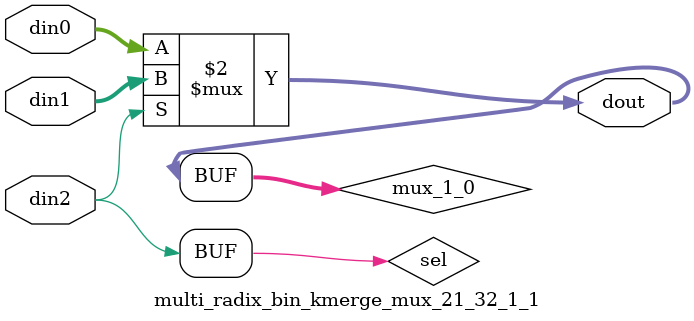
<source format=v>

`timescale 1ns/1ps

module multi_radix_bin_kmerge_mux_21_32_1_1 #(
parameter
    ID                = 0,
    NUM_STAGE         = 1,
    din0_WIDTH       = 32,
    din1_WIDTH       = 32,
    din2_WIDTH         = 32,
    dout_WIDTH            = 32
)(
    input  [31 : 0]     din0,
    input  [31 : 0]     din1,
    input  [0 : 0]    din2,
    output [31 : 0]   dout);

// puts internal signals
wire [0 : 0]     sel;
// level 1 signals
wire [31 : 0]         mux_1_0;

assign sel = din2;

// Generate level 1 logic
assign mux_1_0 = (sel[0] == 0)? din0 : din1;

// output logic
assign dout = mux_1_0;

endmodule

</source>
